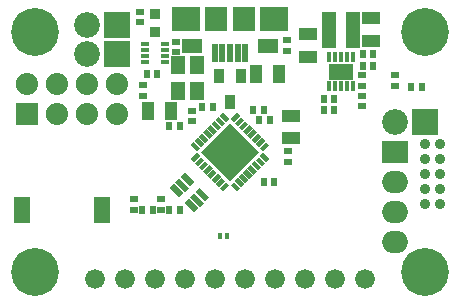
<source format=gbr>
%FSLAX46Y46*%
G04 Gerber Fmt 4.6, Leading zero omitted, Abs format (unit mm)*
G04 Created by KiCad (PCBNEW (2014-08-29 BZR 5106)-product) date Thu 30 Oct 2014 03:32:27 PM PDT*
%MOMM*%
G01*
G04 APERTURE LIST*
%ADD10C,0.100000*%
%ADD11R,0.952500X1.153160*%
%ADD12R,0.551180X0.751840*%
%ADD13R,1.402400X2.252400*%
%ADD14R,1.549400X1.041400*%
%ADD15R,0.751840X0.551180*%
%ADD16R,1.041400X1.549400*%
%ADD17R,0.949960X0.949960*%
%ADD18R,2.184400X2.184400*%
%ADD19O,2.184400X2.184400*%
%ADD20C,0.914400*%
%ADD21R,2.184400X1.879600*%
%ADD22O,2.184400X1.879600*%
%ADD23R,1.879600X1.879600*%
%ADD24O,1.879600X1.879600*%
%ADD25C,1.676400*%
%ADD26R,0.452400X0.552400*%
%ADD27R,1.152400X3.152400*%
%ADD28R,0.432400X0.952400*%
%ADD29R,2.152400X1.352400*%
%ADD30R,1.302400X1.552400*%
%ADD31R,0.552400X1.552400*%
%ADD32R,2.452400X2.052400*%
%ADD33R,1.852400X2.052400*%
%ADD34R,1.652400X1.152400*%
%ADD35C,4.052400*%
%ADD36R,0.752400X0.442400*%
%ADD37R,0.152400X0.452400*%
G04 APERTURE END LIST*
D10*
D11*
X120650000Y-110065820D03*
X119697500Y-107866180D03*
X121602500Y-107866180D03*
D12*
X124401580Y-116840000D03*
X123502420Y-116840000D03*
X119194580Y-110490000D03*
X118295420Y-110490000D03*
D13*
X109826400Y-119202200D03*
X103076400Y-119202200D03*
D14*
X127254000Y-106235500D03*
X127254000Y-104330500D03*
D12*
X132783580Y-106997500D03*
X131884420Y-106997500D03*
X132783580Y-105981500D03*
X131884420Y-105981500D03*
D14*
X132588000Y-104902000D03*
X132588000Y-102997000D03*
X125857000Y-113157000D03*
X125857000Y-111252000D03*
D15*
X125603000Y-115130580D03*
X125603000Y-114231420D03*
D12*
X136911080Y-108775500D03*
X136011920Y-108775500D03*
X123512580Y-110744000D03*
X122613420Y-110744000D03*
D16*
X115633500Y-110871000D03*
X113728500Y-110871000D03*
D15*
X117475000Y-110802420D03*
X117475000Y-111701580D03*
D12*
X115501420Y-112141000D03*
X116400580Y-112141000D03*
X124020580Y-111633000D03*
X123121420Y-111633000D03*
D15*
X116078000Y-105859580D03*
X116078000Y-104960420D03*
D12*
X115501420Y-119253000D03*
X116400580Y-119253000D03*
D15*
X114808000Y-118295420D03*
X114808000Y-119194580D03*
X112522000Y-118295420D03*
X112522000Y-119194580D03*
D17*
X114300000Y-104127300D03*
X114300000Y-102628700D03*
D15*
X113284000Y-109542580D03*
X113284000Y-108643420D03*
D18*
X111125000Y-106045000D03*
D19*
X108585000Y-106045000D03*
D18*
X111125000Y-103568500D03*
D19*
X108585000Y-103568500D03*
D20*
X138430000Y-118745000D03*
X137160000Y-118745000D03*
X138430000Y-117475000D03*
X137160000Y-117475000D03*
X138430000Y-116205000D03*
X137160000Y-116205000D03*
X138430000Y-114935000D03*
X137160000Y-114935000D03*
X138430000Y-113665000D03*
X137160000Y-113665000D03*
D21*
X134620000Y-114300000D03*
D22*
X134620000Y-116840000D03*
X134620000Y-119380000D03*
X134620000Y-121920000D03*
D23*
X103505000Y-111125000D03*
D24*
X103505000Y-108585000D03*
X106045000Y-111125000D03*
X106045000Y-108585000D03*
X108585000Y-111125000D03*
X108585000Y-108585000D03*
X111125000Y-111125000D03*
X111125000Y-108585000D03*
D25*
X109220000Y-125095000D03*
X111760000Y-125095000D03*
X114300000Y-125095000D03*
X116840000Y-125095000D03*
X119380000Y-125095000D03*
X121920000Y-125095000D03*
X124460000Y-125095000D03*
X127000000Y-125095000D03*
X129540000Y-125095000D03*
X132080000Y-125095000D03*
D26*
X119842000Y-121412000D03*
X120442000Y-121412000D03*
D27*
X131048000Y-103949500D03*
X129048000Y-103949500D03*
D12*
X114114580Y-119253000D03*
X113215420Y-119253000D03*
X114495580Y-107696000D03*
X113596420Y-107696000D03*
X128582420Y-110744000D03*
X129481580Y-110744000D03*
X129481580Y-109791500D03*
X128582420Y-109791500D03*
D15*
X113030000Y-103319580D03*
X113030000Y-102420420D03*
X131826000Y-108717080D03*
X131826000Y-107817920D03*
X131826000Y-110431580D03*
X131826000Y-109532420D03*
X125476000Y-105732580D03*
X125476000Y-104833420D03*
X134620000Y-108717080D03*
X134620000Y-107817920D03*
D18*
X137160000Y-111760000D03*
D19*
X134620000Y-111760000D03*
D10*
G36*
X117167967Y-118239956D02*
X117982837Y-119054826D01*
X117627587Y-119410076D01*
X116812717Y-118595206D01*
X117167967Y-118239956D01*
X117167967Y-118239956D01*
G37*
G36*
X117627586Y-117780336D02*
X118442456Y-118595206D01*
X118087206Y-118950456D01*
X117272336Y-118135586D01*
X117627586Y-117780336D01*
X117627586Y-117780336D01*
G37*
G36*
X118087206Y-117320717D02*
X118902076Y-118135587D01*
X118546826Y-118490837D01*
X117731956Y-117675967D01*
X118087206Y-117320717D01*
X118087206Y-117320717D01*
G37*
G36*
X116814413Y-116047924D02*
X117629283Y-116862794D01*
X117274033Y-117218044D01*
X116459163Y-116403174D01*
X116814413Y-116047924D01*
X116814413Y-116047924D01*
G37*
G36*
X116354794Y-116507544D02*
X117169664Y-117322414D01*
X116814414Y-117677664D01*
X115999544Y-116862794D01*
X116354794Y-116507544D01*
X116354794Y-116507544D01*
G37*
G36*
X115895174Y-116967163D02*
X116710044Y-117782033D01*
X116354794Y-118137283D01*
X115539924Y-117322413D01*
X115895174Y-116967163D01*
X115895174Y-116967163D01*
G37*
D28*
X131048000Y-106255500D03*
X130548000Y-106255500D03*
X130048000Y-106255500D03*
X129548000Y-106255500D03*
X129048000Y-106255500D03*
X129048000Y-108755500D03*
X129548000Y-108755500D03*
X130048000Y-108755500D03*
X130548000Y-108755500D03*
X131048000Y-108755500D03*
D29*
X130048000Y-107505500D03*
D10*
G36*
X119782507Y-111244916D02*
X120066283Y-110961140D01*
X120597915Y-111492772D01*
X120314139Y-111776548D01*
X119782507Y-111244916D01*
X119782507Y-111244916D01*
G37*
G36*
X119428685Y-111598738D02*
X119712461Y-111314962D01*
X120244093Y-111846594D01*
X119960317Y-112130370D01*
X119428685Y-111598738D01*
X119428685Y-111598738D01*
G37*
G36*
X119074863Y-111952561D02*
X119358639Y-111668785D01*
X119890271Y-112200417D01*
X119606495Y-112484193D01*
X119074863Y-111952561D01*
X119074863Y-111952561D01*
G37*
G36*
X118721041Y-112306383D02*
X119004817Y-112022607D01*
X119536449Y-112554239D01*
X119252673Y-112838015D01*
X118721041Y-112306383D01*
X118721041Y-112306383D01*
G37*
G36*
X118369015Y-112658409D02*
X118652791Y-112374633D01*
X119184423Y-112906265D01*
X118900647Y-113190041D01*
X118369015Y-112658409D01*
X118369015Y-112658409D01*
G37*
G36*
X118015192Y-113012231D02*
X118298968Y-112728455D01*
X118830600Y-113260087D01*
X118546824Y-113543863D01*
X118015192Y-113012231D01*
X118015192Y-113012231D01*
G37*
G36*
X117661370Y-113366053D02*
X117945146Y-113082277D01*
X118476778Y-113613909D01*
X118193002Y-113897685D01*
X117661370Y-113366053D01*
X117661370Y-113366053D01*
G37*
G36*
X117307548Y-113719875D02*
X117591324Y-113436099D01*
X118122956Y-113967731D01*
X117839180Y-114251507D01*
X117307548Y-113719875D01*
X117307548Y-113719875D01*
G37*
G36*
X118719245Y-116299005D02*
X119250877Y-115767373D01*
X119534653Y-116051149D01*
X119003021Y-116582781D01*
X118719245Y-116299005D01*
X118719245Y-116299005D01*
G37*
G36*
X119071271Y-116651032D02*
X119602903Y-116119400D01*
X119886679Y-116403176D01*
X119355047Y-116934808D01*
X119071271Y-116651032D01*
X119071271Y-116651032D01*
G37*
G36*
X119425093Y-117004854D02*
X119956725Y-116473222D01*
X120240501Y-116756998D01*
X119708869Y-117288630D01*
X119425093Y-117004854D01*
X119425093Y-117004854D01*
G37*
G36*
X119778915Y-117358676D02*
X120310547Y-116827044D01*
X120594323Y-117110820D01*
X120062691Y-117642452D01*
X119778915Y-117358676D01*
X119778915Y-117358676D01*
G37*
G36*
X118209166Y-114300000D02*
X120650000Y-111859166D01*
X123090834Y-114300000D01*
X120650000Y-116740834D01*
X118209166Y-114300000D01*
X118209166Y-114300000D01*
G37*
G36*
X117305752Y-114885513D02*
X117837384Y-114353881D01*
X118121160Y-114637657D01*
X117589528Y-115169289D01*
X117305752Y-114885513D01*
X117305752Y-114885513D01*
G37*
G36*
X117659574Y-115239335D02*
X118191206Y-114707703D01*
X118474982Y-114991479D01*
X117943350Y-115523111D01*
X117659574Y-115239335D01*
X117659574Y-115239335D01*
G37*
G36*
X118013396Y-115593157D02*
X118545028Y-115061525D01*
X118828804Y-115345301D01*
X118297172Y-115876933D01*
X118013396Y-115593157D01*
X118013396Y-115593157D01*
G37*
G36*
X118365422Y-115945183D02*
X118897054Y-115413551D01*
X119180830Y-115697327D01*
X118649198Y-116228959D01*
X118365422Y-115945183D01*
X118365422Y-115945183D01*
G37*
G36*
X120702085Y-117107228D02*
X120985861Y-116823452D01*
X121517493Y-117355084D01*
X121233717Y-117638860D01*
X120702085Y-117107228D01*
X120702085Y-117107228D01*
G37*
G36*
X121057703Y-116755202D02*
X121341479Y-116471426D01*
X121873111Y-117003058D01*
X121589335Y-117286834D01*
X121057703Y-116755202D01*
X121057703Y-116755202D01*
G37*
G36*
X121409729Y-116403176D02*
X121693505Y-116119400D01*
X122225137Y-116651032D01*
X121941361Y-116934808D01*
X121409729Y-116403176D01*
X121409729Y-116403176D01*
G37*
G36*
X121763551Y-116049353D02*
X122047327Y-115765577D01*
X122578959Y-116297209D01*
X122295183Y-116580985D01*
X121763551Y-116049353D01*
X121763551Y-116049353D01*
G37*
G36*
X122117373Y-115695531D02*
X122401149Y-115411755D01*
X122932781Y-115943387D01*
X122649005Y-116227163D01*
X122117373Y-115695531D01*
X122117373Y-115695531D01*
G37*
G36*
X122471196Y-115341709D02*
X122754972Y-115057933D01*
X123286604Y-115589565D01*
X123002828Y-115873341D01*
X122471196Y-115341709D01*
X122471196Y-115341709D01*
G37*
G36*
X122825018Y-114987887D02*
X123108794Y-114704111D01*
X123640426Y-115235743D01*
X123356650Y-115519519D01*
X122825018Y-114987887D01*
X122825018Y-114987887D01*
G37*
G36*
X123178840Y-114634065D02*
X123462616Y-114350289D01*
X123994248Y-114881921D01*
X123710472Y-115165697D01*
X123178840Y-114634065D01*
X123178840Y-114634065D01*
G37*
G36*
X123177044Y-113964139D02*
X123708676Y-113432507D01*
X123992452Y-113716283D01*
X123460820Y-114247915D01*
X123177044Y-113964139D01*
X123177044Y-113964139D01*
G37*
G36*
X122823222Y-113610317D02*
X123354854Y-113078685D01*
X123638630Y-113362461D01*
X123106998Y-113894093D01*
X122823222Y-113610317D01*
X122823222Y-113610317D01*
G37*
G36*
X122469400Y-113256495D02*
X123001032Y-112724863D01*
X123284808Y-113008639D01*
X122753176Y-113540271D01*
X122469400Y-113256495D01*
X122469400Y-113256495D01*
G37*
G36*
X122117373Y-112904469D02*
X122649005Y-112372837D01*
X122932781Y-112656613D01*
X122401149Y-113188245D01*
X122117373Y-112904469D01*
X122117373Y-112904469D01*
G37*
G36*
X121763551Y-112550647D02*
X122295183Y-112019015D01*
X122578959Y-112302791D01*
X122047327Y-112834423D01*
X121763551Y-112550647D01*
X121763551Y-112550647D01*
G37*
G36*
X121409729Y-112196824D02*
X121941361Y-111665192D01*
X122225137Y-111948968D01*
X121693505Y-112480600D01*
X121409729Y-112196824D01*
X121409729Y-112196824D01*
G37*
G36*
X121055907Y-111843002D02*
X121587539Y-111311370D01*
X121871315Y-111595146D01*
X121339683Y-112126778D01*
X121055907Y-111843002D01*
X121055907Y-111843002D01*
G37*
G36*
X120702085Y-111489180D02*
X121233717Y-110957548D01*
X121517493Y-111241324D01*
X120985861Y-111772956D01*
X120702085Y-111489180D01*
X120702085Y-111489180D01*
G37*
D30*
X116294000Y-106977000D03*
X116294000Y-109177000D03*
X117894000Y-109177000D03*
X117894000Y-106977000D03*
D31*
X121950000Y-105918000D03*
X121300000Y-105918000D03*
X120650000Y-105918000D03*
X120000000Y-105918000D03*
X119350000Y-105918000D03*
D32*
X124400000Y-103068000D03*
D33*
X121850000Y-103068000D03*
X119450000Y-103068000D03*
D32*
X116900000Y-103068000D03*
D34*
X117450000Y-105318000D03*
X123850000Y-105318000D03*
D35*
X137160000Y-124460000D03*
X104140000Y-124460000D03*
X137160000Y-104140000D03*
X104140000Y-104140000D03*
D36*
X113475000Y-105168000D03*
X113475000Y-105668000D03*
D37*
X113550000Y-106168000D03*
D36*
X113475000Y-106668000D03*
X115125000Y-106668000D03*
X115125000Y-106168000D03*
X115125000Y-105668000D03*
X115125000Y-105168000D03*
X113475000Y-106168000D03*
D16*
X122872500Y-107696000D03*
X124777500Y-107696000D03*
M02*

</source>
